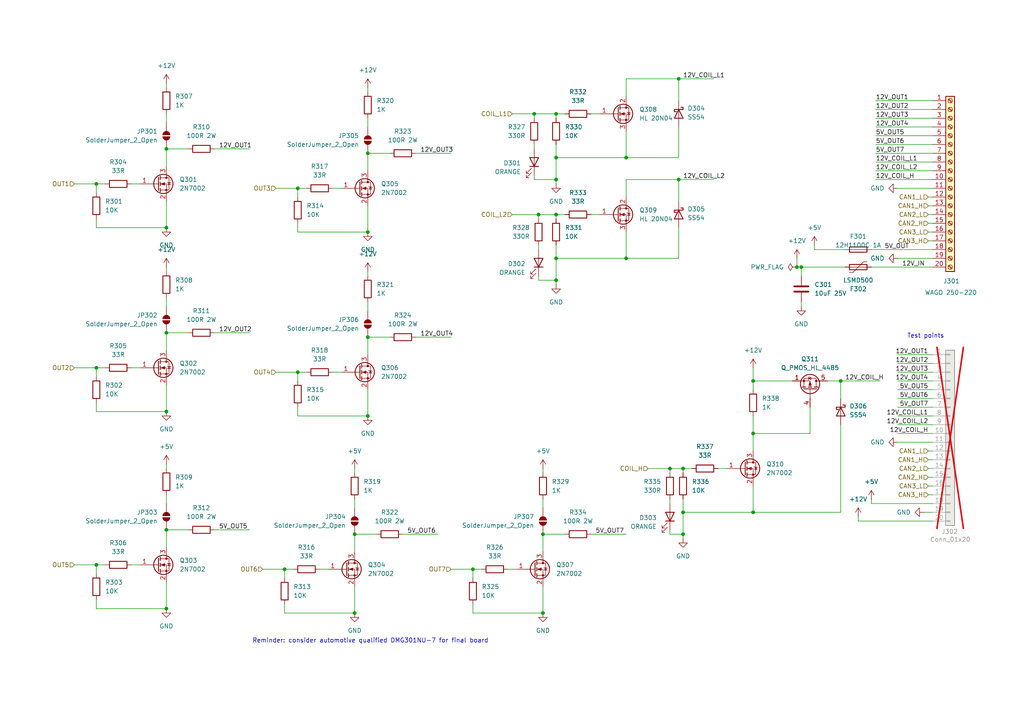
<source format=kicad_sch>
(kicad_sch (version 20231120) (generator "eeschema") (generator_version "8.0")
  (paper "A4")
  (lib_symbols
    (symbol "Connector:Screw_Terminal_01x20" (pin_names (offset 1.016) hide)
      (property "Reference" "J" (at 0 25.4 0))
      (property "Value" "Screw_Terminal_01x20" (at 0 -27.94 0))
      (symbol "Screw_Terminal_01x20_1_1"
        (pin passive line (at -5.08 22.86 0) (length 3.81) (name "Pin_1") (number "1"))
        (pin passive line (at -5.08 0 0) (length 3.81) (name "Pin_10") (number "10"))
        (pin passive line (at -5.08 -2.54 0) (length 3.81) (name "Pin_11") (number "11"))
        (pin passive line (at -5.08 -5.08 0) (length 3.81) (name "Pin_12") (number "12"))
        (pin passive line (at -5.08 -7.62 0) (length 3.81) (name "Pin_13") (number "13"))
        (pin passive line (at -5.08 -10.16 0) (length 3.81) (name "Pin_14") (number "14"))
        (pin passive line (at -5.08 -12.7 0) (length 3.81) (name "Pin_15") (number "15"))
        (pin passive line (at -5.08 -15.24 0) (length 3.81) (name "Pin_16") (number "16"))
        (pin passive line (at -5.08 -17.78 0) (length 3.81) (name "Pin_17") (number "17"))
        (pin passive line (at -5.08 -20.32 0) (length 3.81) (name "Pin_18") (number "18"))
        (pin passive line (at -5.08 -22.86 0) (length 3.81) (name "Pin_19") (number "19"))
        (pin passive line (at -5.08 20.32 0) (length 3.81) (name "Pin_2") (number "2"))
        (pin passive line (at -5.08 -25.4 0) (length 3.81) (name "Pin_20") (number "20"))
        (pin passive line (at -5.08 17.78 0) (length 3.81) (name "Pin_3") (number "3"))
        (pin passive line (at -5.08 15.24 0) (length 3.81) (name "Pin_4") (number "4"))
        (pin passive line (at -5.08 12.7 0) (length 3.81) (name "Pin_5") (number "5"))
        (pin passive line (at -5.08 10.16 0) (length 3.81) (name "Pin_6") (number "6"))
        (pin passive line (at -5.08 7.62 0) (length 3.81) (name "Pin_7") (number "7"))
        (pin passive line (at -5.08 5.08 0) (length 3.81) (name "Pin_8") (number "8"))
        (pin passive line (at -5.08 2.54 0) (length 3.81) (name "Pin_9") (number "9"))
      )
    )
    (symbol "Connector_Generic:Conn_01x20" (pin_names (offset 1.016) hide)
      (property "Reference" "J" (at 0 25.4 0))
      (property "Value" "Conn_01x20" (at 0 -27.94 0))
      (symbol "Conn_01x20_1_1"
        (pin passive line (at -5.08 22.86 0) (length 3.81) (name "Pin_1") (number "1"))
        (pin passive line (at -5.08 0 0) (length 3.81) (name "Pin_10") (number "10"))
        (pin passive line (at -5.08 -2.54 0) (length 3.81) (name "Pin_11") (number "11"))
        (pin passive line (at -5.08 -5.08 0) (length 3.81) (name "Pin_12") (number "12"))
        (pin passive line (at -5.08 -7.62 0) (length 3.81) (name "Pin_13") (number "13"))
        (pin passive line (at -5.08 -10.16 0) (length 3.81) (name "Pin_14") (number "14"))
        (pin passive line (at -5.08 -12.7 0) (length 3.81) (name "Pin_15") (number "15"))
        (pin passive line (at -5.08 -15.24 0) (length 3.81) (name "Pin_16") (number "16"))
        (pin passive line (at -5.08 -17.78 0) (length 3.81) (name "Pin_17") (number "17"))
        (pin passive line (at -5.08 -20.32 0) (length 3.81) (name "Pin_18") (number "18"))
        (pin passive line (at -5.08 -22.86 0) (length 3.81) (name "Pin_19") (number "19"))
        (pin passive line (at -5.08 20.32 0) (length 3.81) (name "Pin_2") (number "2"))
        (pin passive line (at -5.08 -25.4 0) (length 3.81) (name "Pin_20") (number "20"))
        (pin passive line (at -5.08 17.78 0) (length 3.81) (name "Pin_3") (number "3"))
        (pin passive line (at -5.08 15.24 0) (length 3.81) (name "Pin_4") (number "4"))
        (pin passive line (at -5.08 12.7 0) (length 3.81) (name "Pin_5") (number "5"))
        (pin passive line (at -5.08 10.16 0) (length 3.81) (name "Pin_6") (number "6"))
        (pin passive line (at -5.08 7.62 0) (length 3.81) (name "Pin_7") (number "7"))
        (pin passive line (at -5.08 5.08 0) (length 3.81) (name "Pin_8") (number "8"))
        (pin passive line (at -5.08 2.54 0) (length 3.81) (name "Pin_9") (number "9"))
      )
    )
    (symbol "Device:C" (pin_numbers hide) (pin_names (offset 0.254))
      (property "Reference" "C" (at 0.635 2.54 0))
      (property "Value" "C" (at 0.635 -2.54 0))
      (symbol "C_1_1"
        (pin passive line (at 0 3.81 270) (length 2.794) (name "~") (number "1"))
        (pin passive line (at 0 -3.81 90) (length 2.794) (name "~") (number "2"))
      )
    )
    (symbol "Device:D_Schottky" (pin_numbers hide) (pin_names (offset 1.016) hide)
      (property "Reference" "D" (at 0 2.54 0))
      (property "Value" "D_Schottky" (at 0 -2.54 0))
      (symbol "D_Schottky_1_1"
        (pin passive line (at -3.81 0 0) (length 2.54) (name "K") (number "1"))
        (pin passive line (at 3.81 0 180) (length 2.54) (name "A") (number "2"))
      )
    )
    (symbol "Device:Fuse" (pin_numbers hide) (pin_names (offset 0))
      (property "Reference" "F" (at 2.032 0 90))
      (property "Value" "Fuse" (at -1.905 0 90))
      (symbol "Fuse_1_1"
        (pin passive line (at 0 3.81 270) (length 1.27) (name "~") (number "1"))
        (pin passive line (at 0 -3.81 90) (length 1.27) (name "~") (number "2"))
      )
    )
    (symbol "Device:LED" (pin_numbers hide) (pin_names (offset 1.016) hide)
      (property "Reference" "D" (at 0 2.54 0))
      (property "Value" "LED" (at 0 -2.54 0))
      (symbol "LED_1_1"
        (pin passive line (at -3.81 0 0) (length 2.54) (name "K") (number "1"))
        (pin passive line (at 3.81 0 180) (length 2.54) (name "A") (number "2"))
      )
    )
    (symbol "Device:Polyfuse" (pin_numbers hide) (pin_names (offset 0))
      (property "Reference" "F" (at -2.54 0 90))
      (property "Value" "Polyfuse" (at 2.54 0 90))
      (symbol "Polyfuse_1_1"
        (pin passive line (at 0 3.81 270) (length 1.27) (name "~") (number "1"))
        (pin passive line (at 0 -3.81 90) (length 1.27) (name "~") (number "2"))
      )
    )
    (symbol "Device:Q_NMOS_GDS" (pin_names (offset 0) hide)
      (property "Reference" "Q" (at 5.08 1.27 0))
      (property "Value" "Q_NMOS_GDS" (at 5.08 -1.27 0))
      (symbol "Q_NMOS_GDS_1_1"
        (pin input line (at -5.08 0 0) (length 2.54) (name "G") (number "1"))
        (pin passive line (at 2.54 5.08 270) (length 2.54) (name "D") (number "2"))
        (pin passive line (at 2.54 -5.08 90) (length 2.54) (name "S") (number "3"))
      )
    )
    (symbol "Device:Q_NMOS_GSD" (pin_names (offset 0) hide)
      (property "Reference" "Q" (at 5.08 1.27 0))
      (property "Value" "Q_NMOS_GSD" (at 5.08 -1.27 0))
      (symbol "Q_NMOS_GSD_1_1"
        (pin input line (at -5.08 0 0) (length 2.54) (name "G") (number "1"))
        (pin passive line (at 2.54 -5.08 90) (length 2.54) (name "S") (number "2"))
        (pin passive line (at 2.54 5.08 270) (length 2.54) (name "D") (number "3"))
      )
    )
    (symbol "Device:R" (pin_numbers hide) (pin_names (offset 0))
      (property "Reference" "R" (at 2.032 0 90))
      (property "Value" "R" (at 0 0 90))
      (symbol "R_1_1"
        (pin passive line (at 0 3.81 270) (length 1.27) (name "~") (number "1"))
        (pin passive line (at 0 -3.81 90) (length 1.27) (name "~") (number "2"))
      )
    )
    (symbol "Jumper:SolderJumper_2_Open" (pin_numbers hide) (pin_names (offset 0) hide) (exclude_from_sim yes) (in_bom no)
      (property "Reference" "JP" (at 0 2.032 0))
      (property "Value" "SolderJumper_2_Open" (at 0 -2.54 0))
      (symbol "SolderJumper_2_Open_1_1"
        (pin passive line (at -3.81 0 0) (length 2.54) (name "A") (number "1"))
        (pin passive line (at 3.81 0 180) (length 2.54) (name "B") (number "2"))
      )
    )
    (symbol "hw-dev-breakout:Q_PMOS_HL_4485" (pin_names (offset 0) hide)
      (property "Reference" "Q" (at 5.08 1.27 0))
      (property "Value" "Q_PMOS_HL_4485" (at 5.08 -1.27 0))
      (symbol "Q_PMOS_HL_4485_1_1"
        (pin passive line (at 2.54 -5.08 90) (length 2.54) (name "S") (number "1"))
        (pin passive line (at 2.54 -5.08 90) (length 2.54) hide (name "S") (number "2"))
        (pin passive line (at 2.54 -5.08 90) (length 2.54) hide (name "S") (number "3"))
        (pin input line (at -5.08 0 0) (length 2.54) (name "G") (number "4"))
        (pin passive line (at 2.54 5.08 270) (length 2.54) (name "D") (number "5"))
        (pin passive line (at 2.54 5.08 270) (length 2.54) hide (name "D") (number "6"))
        (pin passive line (at 2.54 5.08 270) (length 2.54) hide (name "D") (number "7"))
        (pin passive line (at 2.54 5.08 270) (length 2.54) hide (name "D") (number "8"))
      )
    )
    (symbol "power:+12V" (power) (pin_numbers hide) (pin_names (offset 0) hide)
      (property "Value" "+12V" (at 0 3.556 0))
      (symbol "+12V_1_1"
        (pin power_in line (at 0 0 90) (length 0) (name "~") (number "1"))
      )
    )
    (symbol "power:+5V" (power) (pin_numbers hide) (pin_names (offset 0) hide)
      (property "Value" "+5V" (at 0 3.556 0))
      (symbol "+5V_1_1"
        (pin power_in line (at 0 0 90) (length 0) (name "~") (number "1"))
      )
    )
    (symbol "power:GND" (power) (pin_numbers hide) (pin_names (offset 0) hide)
      (property "Value" "GND" (at 0 -3.81 0))
      (symbol "GND_1_1"
        (pin power_in line (at 0 0 270) (length 0) (name "~") (number "1"))
      )
    )
    (symbol "power:PWR_FLAG" (power) (pin_numbers hide) (pin_names (offset 0) hide)
      (property "Value" "PWR_FLAG" (at 0 3.81 0))
      (symbol "PWR_FLAG_0_0"
        (pin power_out line (at 0 0 90) (length 0) (name "~") (number "1"))
      )
    )
  )
  (junction (at 106.68 97.79))
  (junction (at 161.29 81.28))
  (junction (at 196.85 22.86))
  (junction (at 161.29 62.23))
  (junction (at 102.87 177.8))
  (junction (at 161.29 52.07))
  (junction (at 156.21 62.23))
  (junction (at 198.12 135.89))
  (junction (at 102.87 154.94))
  (junction (at 154.94 33.02))
  (junction (at 198.12 154.94))
  (junction (at 157.48 154.94))
  (junction (at 106.68 67.31))
  (junction (at 218.44 125.73))
  (junction (at 181.61 45.72))
  (junction (at 48.26 153.67))
  (junction (at 198.12 148.59))
  (junction (at 86.36 107.95))
  (junction (at 106.68 44.45))
  (junction (at 157.48 177.8))
  (junction (at 82.55 165.1))
  (junction (at 196.85 52.07))
  (junction (at 218.44 110.49))
  (junction (at 48.26 96.52))
  (junction (at 106.68 120.65))
  (junction (at 161.29 33.02))
  (junction (at 48.26 66.04))
  (junction (at 48.26 176.53))
  (junction (at 181.61 74.93))
  (junction (at 231.14 77.47))
  (junction (at 86.36 54.61))
  (junction (at 218.44 148.59))
  (junction (at 27.94 106.68))
  (junction (at 161.29 74.93))
  (junction (at 161.29 45.72))
  (junction (at 48.26 43.18))
  (junction (at 137.16 165.1))
  (junction (at 243.84 110.49))
  (junction (at 48.26 119.38))
  (junction (at 194.31 135.89))
  (junction (at 27.94 163.83))
  (junction (at 27.94 53.34))
  (junction (at 232.41 77.47))
  (wire (pts (xy 116.84 154.94) (xy 127 154.94)))
  (wire (pts (xy 154.94 41.91) (xy 154.94 43.18)))
  (wire (pts (xy 48.26 48.26) (xy 48.26 43.18)))
  (wire (pts (xy 260.35 107.95) (xy 270.51 107.95)))
  (wire (pts (xy 48.26 24.13) (xy 48.26 25.4)))
  (wire (pts (xy 236.22 71.12) (xy 236.22 72.39)))
  (wire (pts (xy 260.35 120.65) (xy 270.51 120.65)))
  (wire (pts (xy 269.24 67.31) (xy 270.51 67.31)))
  (wire (pts (xy 194.31 135.89) (xy 198.12 135.89)))
  (wire (pts (xy 269.24 57.15) (xy 270.51 57.15)))
  (wire (pts (xy 154.94 34.29) (xy 154.94 33.02)))
  (wire (pts (xy 106.68 49.53) (xy 106.68 44.45)))
  (wire (pts (xy 82.55 165.1) (xy 85.09 165.1)))
  (wire (pts (xy 154.94 33.02) (xy 161.29 33.02)))
  (wire (pts (xy 260.35 123.19) (xy 270.51 123.19)))
  (wire (pts (xy 269.24 59.69) (xy 270.51 59.69)))
  (wire (pts (xy 82.55 175.26) (xy 82.55 177.8)))
  (wire (pts (xy 181.61 52.07) (xy 196.85 52.07)))
  (wire (pts (xy 254 39.37) (xy 270.51 39.37)))
  (wire (pts (xy 171.45 154.94) (xy 181.61 154.94)))
  (wire (pts (xy 21.59 53.34) (xy 27.94 53.34)))
  (wire (pts (xy 236.22 72.39) (xy 245.11 72.39)))
  (wire (pts (xy 86.36 54.61) (xy 86.36 57.15)))
  (wire (pts (xy 161.29 33.02) (xy 163.83 33.02)))
  (wire (pts (xy 48.26 77.47) (xy 48.26 78.74)))
  (wire (pts (xy 48.26 153.67) (xy 54.61 153.67)))
  (wire (pts (xy 161.29 74.93) (xy 161.29 81.28)))
  (wire (pts (xy 252.73 146.05) (xy 270.51 146.05)))
  (wire (pts (xy 154.94 50.8) (xy 154.94 52.07)))
  (wire (pts (xy 86.36 107.95) (xy 86.36 110.49)))
  (wire (pts (xy 260.35 105.41) (xy 270.51 105.41)))
  (wire (pts (xy 243.84 123.19) (xy 243.84 148.59)))
  (wire (pts (xy 148.59 62.23) (xy 156.21 62.23)))
  (wire (pts (xy 137.16 165.1) (xy 137.16 167.64)))
  (wire (pts (xy 21.59 163.83) (xy 27.94 163.83)))
  (wire (pts (xy 161.29 62.23) (xy 161.29 63.5)))
  (wire (pts (xy 157.48 177.8) (xy 157.48 170.18)))
  (wire (pts (xy 48.26 101.6) (xy 48.26 96.52)))
  (wire (pts (xy 82.55 177.8) (xy 102.87 177.8)))
  (wire (pts (xy 161.29 71.12) (xy 161.29 74.93)))
  (wire (pts (xy 196.85 52.07) (xy 196.85 58.42)))
  (wire (pts (xy 269.24 62.23) (xy 270.51 62.23)))
  (wire (pts (xy 269.24 143.51) (xy 270.51 143.51)))
  (wire (pts (xy 106.68 78.74) (xy 106.68 80.01)))
  (wire (pts (xy 157.48 135.89) (xy 157.48 137.16)))
  (wire (pts (xy 260.35 113.03) (xy 270.51 113.03)))
  (wire (pts (xy 161.29 52.07) (xy 161.29 53.34)))
  (wire (pts (xy 27.94 119.38) (xy 48.26 119.38)))
  (wire (pts (xy 260.35 115.57) (xy 270.51 115.57)))
  (wire (pts (xy 161.29 45.72) (xy 161.29 52.07)))
  (wire (pts (xy 92.71 165.1) (xy 95.25 165.1)))
  (wire (pts (xy 254 52.07) (xy 270.51 52.07)))
  (wire (pts (xy 82.55 165.1) (xy 82.55 167.64)))
  (wire (pts (xy 196.85 22.86) (xy 207.01 22.86)))
  (wire (pts (xy 196.85 36.83) (xy 196.85 45.72)))
  (wire (pts (xy 137.16 177.8) (xy 157.48 177.8)))
  (wire (pts (xy 148.59 33.02) (xy 154.94 33.02)))
  (wire (pts (xy 161.29 62.23) (xy 163.83 62.23)))
  (wire (pts (xy 252.73 77.47) (xy 270.51 77.47)))
  (wire (pts (xy 156.21 80.01) (xy 156.21 81.28)))
  (wire (pts (xy 181.61 45.72) (xy 181.61 38.1)))
  (wire (pts (xy 232.41 77.47) (xy 245.11 77.47)))
  (wire (pts (xy 48.26 33.02) (xy 48.26 35.56)))
  (wire (pts (xy 198.12 144.78) (xy 198.12 148.59)))
  (wire (pts (xy 218.44 130.81) (xy 218.44 125.73)))
  (wire (pts (xy 260.35 74.93) (xy 270.51 74.93)))
  (wire (pts (xy 27.94 106.68) (xy 30.48 106.68)))
  (wire (pts (xy 80.01 54.61) (xy 86.36 54.61)))
  (wire (pts (xy 254 34.29) (xy 270.51 34.29)))
  (wire (pts (xy 260.35 54.61) (xy 270.51 54.61)))
  (wire (pts (xy 27.94 176.53) (xy 48.26 176.53)))
  (wire (pts (xy 130.81 165.1) (xy 137.16 165.1)))
  (wire (pts (xy 161.29 33.02) (xy 161.29 34.29)))
  (wire (pts (xy 154.94 52.07) (xy 161.29 52.07)))
  (wire (pts (xy 194.31 154.94) (xy 198.12 154.94)))
  (wire (pts (xy 196.85 45.72) (xy 181.61 45.72)))
  (wire (pts (xy 48.26 134.62) (xy 48.26 135.89)))
  (wire (pts (xy 86.36 118.11) (xy 86.36 120.65)))
  (wire (pts (xy 156.21 62.23) (xy 161.29 62.23)))
  (wire (pts (xy 102.87 135.89) (xy 102.87 137.16)))
  (wire (pts (xy 218.44 120.65) (xy 218.44 125.73)))
  (wire (pts (xy 27.94 106.68) (xy 27.94 109.22)))
  (wire (pts (xy 196.85 74.93) (xy 181.61 74.93)))
  (wire (pts (xy 218.44 125.73) (xy 234.95 125.73)))
  (wire (pts (xy 62.23 153.67) (xy 72.39 153.67)))
  (wire (pts (xy 198.12 135.89) (xy 200.66 135.89)))
  (wire (pts (xy 232.41 77.47) (xy 232.41 80.01)))
  (wire (pts (xy 106.68 87.63) (xy 106.68 90.17)))
  (wire (pts (xy 269.24 64.77) (xy 270.51 64.77)))
  (wire (pts (xy 196.85 66.04) (xy 196.85 74.93)))
  (wire (pts (xy 243.84 148.59) (xy 218.44 148.59)))
  (wire (pts (xy 106.68 34.29) (xy 106.68 36.83)))
  (wire (pts (xy 260.35 102.87) (xy 270.51 102.87)))
  (wire (pts (xy 102.87 177.8) (xy 102.87 170.18)))
  (wire (pts (xy 198.12 154.94) (xy 198.12 156.21)))
  (wire (pts (xy 181.61 74.93) (xy 181.61 67.31)))
  (wire (pts (xy 181.61 22.86) (xy 196.85 22.86)))
  (wire (pts (xy 181.61 57.15) (xy 181.61 52.07)))
  (wire (pts (xy 254 31.75) (xy 270.51 31.75)))
  (wire (pts (xy 48.26 43.18) (xy 54.61 43.18)))
  (wire (pts (xy 27.94 163.83) (xy 30.48 163.83)))
  (wire (pts (xy 27.94 63.5) (xy 27.94 66.04)))
  (wire (pts (xy 86.36 120.65) (xy 106.68 120.65)))
  (wire (pts (xy 194.31 153.67) (xy 194.31 154.94)))
  (wire (pts (xy 27.94 116.84) (xy 27.94 119.38)))
  (wire (pts (xy 38.1 163.83) (xy 40.64 163.83)))
  (wire (pts (xy 86.36 64.77) (xy 86.36 67.31)))
  (wire (pts (xy 161.29 74.93) (xy 181.61 74.93)))
  (wire (pts (xy 102.87 154.94) (xy 109.22 154.94)))
  (wire (pts (xy 48.26 158.75) (xy 48.26 153.67)))
  (wire (pts (xy 48.26 96.52) (xy 54.61 96.52)))
  (wire (pts (xy 252.73 144.78) (xy 252.73 146.05)))
  (wire (pts (xy 254 29.21) (xy 270.51 29.21)))
  (wire (pts (xy 218.44 106.68) (xy 218.44 110.49)))
  (wire (pts (xy 194.31 135.89) (xy 194.31 137.16)))
  (wire (pts (xy 208.28 135.89) (xy 210.82 135.89)))
  (wire (pts (xy 254 36.83) (xy 270.51 36.83)))
  (wire (pts (xy 161.29 45.72) (xy 181.61 45.72)))
  (wire (pts (xy 147.32 165.1) (xy 149.86 165.1)))
  (wire (pts (xy 254 41.91) (xy 270.51 41.91)))
  (wire (pts (xy 218.44 148.59) (xy 218.44 140.97)))
  (wire (pts (xy 27.94 163.83) (xy 27.94 166.37)))
  (wire (pts (xy 240.03 110.49) (xy 243.84 110.49)))
  (wire (pts (xy 269.24 138.43) (xy 270.51 138.43)))
  (wire (pts (xy 48.26 86.36) (xy 48.26 88.9)))
  (wire (pts (xy 38.1 106.68) (xy 40.64 106.68)))
  (wire (pts (xy 120.65 97.79) (xy 130.81 97.79)))
  (wire (pts (xy 269.24 133.35) (xy 270.51 133.35)))
  (wire (pts (xy 38.1 53.34) (xy 40.64 53.34)))
  (wire (pts (xy 161.29 41.91) (xy 161.29 45.72)))
  (wire (pts (xy 171.45 62.23) (xy 173.99 62.23)))
  (wire (pts (xy 161.29 81.28) (xy 161.29 82.55)))
  (wire (pts (xy 48.26 176.53) (xy 48.26 168.91)))
  (wire (pts (xy 76.2 165.1) (xy 82.55 165.1)))
  (wire (pts (xy 48.26 119.38) (xy 48.26 111.76)))
  (wire (pts (xy 48.26 143.51) (xy 48.26 146.05)))
  (wire (pts (xy 248.92 151.13) (xy 270.51 151.13)))
  (wire (pts (xy 27.94 53.34) (xy 27.94 55.88)))
  (wire (pts (xy 269.24 140.97) (xy 270.51 140.97)))
  (wire (pts (xy 171.45 33.02) (xy 173.99 33.02)))
  (wire (pts (xy 21.59 106.68) (xy 27.94 106.68)))
  (wire (pts (xy 269.24 135.89) (xy 270.51 135.89)))
  (wire (pts (xy 62.23 96.52) (xy 72.39 96.52)))
  (wire (pts (xy 106.68 25.4) (xy 106.68 26.67)))
  (wire (pts (xy 96.52 54.61) (xy 99.06 54.61)))
  (wire (pts (xy 27.94 53.34) (xy 30.48 53.34)))
  (wire (pts (xy 231.14 77.47) (xy 232.41 77.47)))
  (wire (pts (xy 269.24 69.85) (xy 270.51 69.85)))
  (wire (pts (xy 156.21 62.23) (xy 156.21 63.5)))
  (wire (pts (xy 269.24 130.81) (xy 270.51 130.81)))
  (wire (pts (xy 86.36 107.95) (xy 88.9 107.95)))
  (wire (pts (xy 260.35 118.11) (xy 270.51 118.11)))
  (wire (pts (xy 248.92 149.86) (xy 248.92 151.13)))
  (wire (pts (xy 231.14 74.93) (xy 231.14 77.47)))
  (wire (pts (xy 102.87 160.02) (xy 102.87 154.94)))
  (wire (pts (xy 187.96 135.89) (xy 194.31 135.89)))
  (wire (pts (xy 196.85 52.07) (xy 207.01 52.07)))
  (wire (pts (xy 27.94 173.99) (xy 27.94 176.53)))
  (wire (pts (xy 106.68 102.87) (xy 106.68 97.79)))
  (wire (pts (xy 106.68 67.31) (xy 106.68 59.69)))
  (wire (pts (xy 198.12 148.59) (xy 198.12 154.94)))
  (wire (pts (xy 232.41 87.63) (xy 232.41 88.9)))
  (wire (pts (xy 157.48 160.02) (xy 157.48 154.94)))
  (wire (pts (xy 137.16 175.26) (xy 137.16 177.8)))
  (wire (pts (xy 254 49.53) (xy 270.51 49.53)))
  (wire (pts (xy 62.23 43.18) (xy 72.39 43.18)))
  (wire (pts (xy 86.36 54.61) (xy 88.9 54.61)))
  (wire (pts (xy 106.68 44.45) (xy 113.03 44.45)))
  (wire (pts (xy 234.95 118.11) (xy 234.95 125.73)))
  (wire (pts (xy 157.48 154.94) (xy 163.83 154.94)))
  (wire (pts (xy 48.26 66.04) (xy 48.26 58.42)))
  (wire (pts (xy 260.35 125.73) (xy 270.51 125.73)))
  (wire (pts (xy 194.31 144.78) (xy 194.31 146.05)))
  (wire (pts (xy 106.68 120.65) (xy 106.68 113.03)))
  (wire (pts (xy 156.21 81.28) (xy 161.29 81.28)))
  (wire (pts (xy 86.36 67.31) (xy 106.68 67.31)))
  (wire (pts (xy 27.94 66.04) (xy 48.26 66.04)))
  (wire (pts (xy 198.12 148.59) (xy 218.44 148.59)))
  (wire (pts (xy 254 44.45) (xy 270.51 44.45)))
  (wire (pts (xy 243.84 110.49) (xy 255.27 110.49)))
  (wire (pts (xy 96.52 107.95) (xy 99.06 107.95)))
  (wire (pts (xy 267.97 148.59) (xy 270.51 148.59)))
  (wire (pts (xy 260.35 128.27) (xy 270.51 128.27)))
  (wire (pts (xy 157.48 144.78) (xy 157.48 147.32)))
  (wire (pts (xy 218.44 110.49) (xy 218.44 113.03)))
  (wire (pts (xy 260.35 110.49) (xy 270.51 110.49)))
  (wire (pts (xy 218.44 110.49) (xy 229.87 110.49)))
  (wire (pts (xy 252.73 72.39) (xy 270.51 72.39)))
  (wire (pts (xy 243.84 115.57) (xy 243.84 110.49)))
  (wire (pts (xy 106.68 97.79) (xy 113.03 97.79)))
  (wire (pts (xy 102.87 144.78) (xy 102.87 147.32)))
  (wire (pts (xy 80.01 107.95) (xy 86.36 107.95)))
  (wire (pts (xy 181.61 27.94) (xy 181.61 22.86)))
  (wire (pts (xy 196.85 22.86) (xy 196.85 29.21)))
  (wire (pts (xy 120.65 44.45) (xy 130.81 44.45)))
  (wire (pts (xy 198.12 137.16) (xy 198.12 135.89)))
  (wire (pts (xy 254 46.99) (xy 270.51 46.99)))
  (wire (pts (xy 137.16 165.1) (xy 139.7 165.1)))
  (wire (pts (xy 156.21 71.12) (xy 156.21 72.39)))
  (text "Reminder: consider automotive qualified DMG301NU-7 for final board" (at 107.442 185.928 0) (effects (font (size 1.27 1.27))))
  (text "Test points" (at 268.478 97.536 0) (effects (font (size 1.27 1.27))))
  (label "12V_OUT4" (at 269.24 110.49 180))
  (label "5V_OUT5" (at 63.5 153.67 0))
  (label "5V_OUT6" (at 269.24 115.57 180))
  (label "12V_OUT3" (at 121.92 44.45 0))
  (label "12V_COIL_H" (at 254 52.07 0))
  (label "12V_OUT3" (at 269.24 107.95 180))
  (label "12V_OUT1" (at 63.5 43.18 0))
  (label "5V_OUT7" (at 172.72 154.94 0))
  (label "12V_COIL_L2" (at 269.24 123.19 180))
  (label "12V_IN" (at 261.62 77.47 0))
  (label "12V_OUT2" (at 63.5 96.52 0))
  (label "5V_OUT6" (at 254 41.91 0))
  (label "12V_COIL_H" (at 269.24 125.73 180))
  (label "12V_OUT2" (at 269.24 105.41 180))
  (label "12V_OUT1" (at 269.24 102.87 180))
  (label "12V_OUT3" (at 254 34.29 0))
  (label "12V_COIL_L1" (at 269.24 120.65 180))
  (label "12V_OUT2" (at 254 31.75 0))
  (label "12V_OUT4" (at 121.92 97.79 0))
  (label "12V_COIL_H" (at 245.11 110.49 0))
  (label "5V_OUT6" (at 118.11 154.94 0))
  (label "12V_COIL_L2" (at 198.12 52.07 0))
  (label "12V_COIL_L2" (at 254 49.53 0))
  (label "5V_OUT7" (at 254 44.45 0))
  (label "12V_OUT4" (at 254 36.83 0))
  (label "5V_OUT5" (at 269.24 113.03 180))
  (label "12V_OUT1" (at 254 29.21 0))
  (label "5V_OUT7" (at 269.24 118.11 180))
  (label "12V_COIL_L1" (at 254 46.99 0))
  (label "5V_OUT" (at 256.54 72.39 0))
  (label "12V_COIL_L1" (at 198.12 22.86 0))
  (label "5V_OUT5" (at 254 39.37 0))
  (hierarchical_label "CAN3_H" (shape input) (at 269.24 143.51 180))
  (hierarchical_label "OUT3" (shape input) (at 80.01 54.61 180))
  (hierarchical_label "COIL_L2" (shape input) (at 148.59 62.23 180))
  (hierarchical_label "CAN2_H" (shape input) (at 269.24 138.43 180))
  (hierarchical_label "OUT1" (shape input) (at 21.59 53.34 180))
  (hierarchical_label "CAN1_L" (shape input) (at 269.24 130.81 180))
  (hierarchical_label "OUT7" (shape input) (at 130.81 165.1 180))
  (hierarchical_label "CAN1_L" (shape input) (at 269.24 57.15 180))
  (hierarchical_label "CAN2_H" (shape input) (at 269.24 64.77 180))
  (hierarchical_label "CAN2_L" (shape input) (at 269.24 62.23 180))
  (hierarchical_label "CAN3_H" (shape input) (at 269.24 69.85 180))
  (hierarchical_label "CAN1_H" (shape input) (at 269.24 133.35 180))
  (hierarchical_label "CAN3_L" (shape input) (at 269.24 67.31 180))
  (hierarchical_label "COIL_H" (shape input) (at 187.96 135.89 180))
  (hierarchical_label "CAN3_L" (shape input) (at 269.24 140.97 180))
  (hierarchical_label "OUT4" (shape input) (at 80.01 107.95 180))
  (hierarchical_label "CAN2_L" (shape input) (at 269.24 135.89 180))
  (hierarchical_label "OUT2" (shape input) (at 21.59 106.68 180))
  (hierarchical_label "CAN1_H" (shape input) (at 269.24 59.69 180))
  (hierarchical_label "OUT5" (shape input) (at 21.59 163.83 180))
  (hierarchical_label "OUT6" (shape input) (at 76.2 165.1 180))
  (hierarchical_label "COIL_L1" (shape input) (at 148.59 33.02 180))
  (symbol (lib_id "Device:R") (at 154.94 38.1 0) (mirror y) (unit 1)
    (property "Reference" "R327" (at 152.4 36.8299 0) (effects (justify left)))
    (property "Value" "330R" (at 152.4 39.3699 0) (effects (justify left)))
    (property "Footprint" "Resistor_SMD:R_0603_1608Metric" (effects (hide yes)))
    (property "Description" "Resistor" (effects (hide yes)))
  )
  (symbol (lib_id "Device:D_Schottky") (at 196.85 62.23 270) (unit 1)
    (property "Reference" "D305" (at 199.39 60.6424 90) (effects (justify left)))
    (property "Value" "SS54" (at 199.39 63.1824 90) (effects (justify left)))
    (property "Footprint" "Diode_SMD:D_SMA" (effects (hide yes)))
    (property "Description" "Schottky diode" (effects (hide yes)))
  )
  (symbol (lib_id "Device:C") (at 232.41 83.82 0) (unit 1)
    (property "Reference" "C301" (at 236.22 82.5499 0) (effects (justify left)))
    (property "Value" "10uF 25V" (at 236.22 85.0899 0) (effects (justify left)))
    (property "Footprint" "Capacitor_SMD:CP_Elec_4x4.5" (effects (hide yes)))
    (property "Description" "Unpolarized capacitor" (effects (hide yes)))
  )
  (symbol (lib_id "Device:Polyfuse") (at 248.92 77.47 90) (unit 1)
    (property "Reference" "F302" (at 248.92 83.82 90))
    (property "Value" "LSMD500" (at 248.92 81.28 90))
    (property "Footprint" "Fuse:Fuse_2920_7451Metric" (effects (hide yes)))
    (property "Description" "Resettable fuse, polymeric positive temperature coefficient" (effects (hide yes)))
  )
  (symbol (lib_id "power:GND") (at 48.26 119.38 0) (unit 1)
    (property "Reference" "#PWR0304" (effects (hide yes)))
    (property "Value" "GND" (at 48.26 124.46 0))
    (property "Description" "Power symbol creates a global label with name \"GND\" , ground" (effects (hide yes)))
  )
  (symbol (lib_id "Device:Q_NMOS_GSD") (at 100.33 165.1 0) (unit 1)
    (property "Reference" "Q304" (at 106.68 163.8299 0) (effects (justify left)))
    (property "Value" "2N7002" (at 106.68 166.3699 0) (effects (justify left)))
    (property "Footprint" "Package_TO_SOT_SMD:SOT-23" (effects (hide yes)))
    (property "Description" "N-MOSFET transistor, gate/source/drain" (effects (hide yes)))
  )
  (symbol (lib_id "Device:LED") (at 194.31 149.86 270) (mirror x) (unit 1)
    (property "Reference" "D303" (at 190.5 150.1774 90) (effects (justify right)))
    (property "Value" "ORANGE" (at 190.5 152.7174 90) (effects (justify right)))
    (property "Footprint" "LED_SMD:LED_0603_1608Metric" (effects (hide yes)))
    (property "Description" "Light emitting diode" (effects (hide yes)))
  )
  (symbol (lib_id "power:+12V") (at 106.68 25.4 0) (unit 1)
    (property "Reference" "#PWR0309" (effects (hide yes)))
    (property "Value" "+12V" (at 106.68 20.32 0))
    (property "Description" "Power symbol creates a global label with name \"+12V\"" (effects (hide yes)))
  )
  (symbol (lib_id "Device:R") (at 34.29 106.68 90) (unit 1)
    (property "Reference" "R305" (at 34.29 100.33 90))
    (property "Value" "33R" (at 34.29 102.87 90))
    (property "Footprint" "Resistor_SMD:R_0603_1608Metric" (effects (hide yes)))
    (property "Description" "Resistor" (effects (hide yes)))
  )
  (symbol (lib_id "Jumper:SolderJumper_2_Open") (at 106.68 93.98 90) (mirror x) (unit 1) (exclude_from_sim yes) (in_bom no)
    (property "Reference" "JP306" (at 104.14 92.7099 90) (effects (justify left)))
    (property "Value" "SolderJumper_2_Open" (at 104.14 95.2499 90) (effects (justify left)))
    (property "Footprint" "Jumper:SolderJumper-2_P1.3mm_Open_Pad1.0x1.5mm" (effects (hide yes)))
    (property "Description" "Solder Jumper, 2-pole, open" (effects (hide yes)))
  )
  (symbol (lib_id "power:GND") (at 267.97 148.59 270) (unit 1)
    (property "Reference" "#PWR0325" (effects (hide yes)))
    (property "Value" "GND" (at 264.16 148.5899 90) (effects (justify right)))
    (property "Description" "Power symbol creates a global label with name \"GND\" , ground" (effects (hide yes)))
  )
  (symbol (lib_id "Device:R") (at 88.9 165.1 90) (unit 1)
    (property "Reference" "R316" (at 88.9 158.75 90))
    (property "Value" "33R" (at 88.9 161.29 90))
    (property "Footprint" "Resistor_SMD:R_0603_1608Metric" (effects (hide yes)))
    (property "Description" "Resistor" (effects (hide yes)))
  )
  (symbol (lib_id "power:+12V") (at 48.26 24.13 0) (unit 1)
    (property "Reference" "#PWR0301" (effects (hide yes)))
    (property "Value" "+12V" (at 48.26 19.05 0))
    (property "Description" "Power symbol creates a global label with name \"+12V\"" (effects (hide yes)))
  )
  (symbol (lib_id "Device:R") (at 86.36 60.96 0) (unit 1)
    (property "Reference" "R314" (at 88.9 59.6899 0) (effects (justify left)))
    (property "Value" "10K" (at 88.9 62.2299 0) (effects (justify left)))
    (property "Footprint" "Resistor_SMD:R_0603_1608Metric" (effects (hide yes)))
    (property "Description" "Resistor" (effects (hide yes)))
  )
  (symbol (lib_id "power:GND") (at 106.68 67.31 0) (unit 1)
    (property "Reference" "#PWR0310" (effects (hide yes)))
    (property "Value" "GND" (at 106.68 72.39 0))
    (property "Description" "Power symbol creates a global label with name \"GND\" , ground" (effects (hide yes)))
  )
  (symbol (lib_id "Device:R") (at 34.29 163.83 90) (unit 1)
    (property "Reference" "R306" (at 34.29 157.48 90))
    (property "Value" "33R" (at 34.29 160.02 90))
    (property "Footprint" "Resistor_SMD:R_0603_1608Metric" (effects (hide yes)))
    (property "Description" "Resistor" (effects (hide yes)))
  )
  (symbol (lib_id "power:GND") (at 102.87 177.8 0) (unit 1)
    (property "Reference" "#PWR0308" (effects (hide yes)))
    (property "Value" "GND" (at 102.87 182.88 0))
    (property "Description" "Power symbol creates a global label with name \"GND\" , ground" (effects (hide yes)))
  )
  (symbol (lib_id "Device:LED") (at 154.94 46.99 270) (mirror x) (unit 1)
    (property "Reference" "D301" (at 151.13 47.3074 90) (effects (justify right)))
    (property "Value" "ORANGE" (at 151.13 49.8474 90) (effects (justify right)))
    (property "Footprint" "LED_SMD:LED_0603_1608Metric" (effects (hide yes)))
    (property "Description" "Light emitting diode" (effects (hide yes)))
  )
  (symbol (lib_id "Device:Fuse") (at 248.92 72.39 90) (unit 1)
    (property "Reference" "F301" (at 248.92 68.58 90))
    (property "Value" "12H1100C 1A" (at 248.92 71.12 90))
    (property "Footprint" "Fuse:Fuse_1206_3216Metric" (effects (hide yes)))
    (property "Description" "Fuse" (effects (hide yes)))
  )
  (symbol (lib_id "power:+12V") (at 248.92 149.86 0) (unit 1)
    (property "Reference" "#PWR0327" (effects (hide yes)))
    (property "Value" "+12V" (at 248.92 144.78 0))
    (property "Description" "Power symbol creates a global label with name \"+12V\"" (effects (hide yes)))
  )
  (symbol (lib_id "Device:Q_NMOS_GSD") (at 104.14 107.95 0) (unit 1)
    (property "Reference" "Q306" (at 110.49 106.6799 0) (effects (justify left)))
    (property "Value" "2N7002" (at 110.49 109.2199 0) (effects (justify left)))
    (property "Footprint" "Package_TO_SOT_SMD:SOT-23" (effects (hide yes)))
    (property "Description" "N-MOSFET transistor, gate/source/drain" (effects (hide yes)))
  )
  (symbol (lib_id "power:GND") (at 232.41 88.9 0) (unit 1)
    (property "Reference" "#PWR0320" (effects (hide yes)))
    (property "Value" "GND" (at 232.41 93.98 0))
    (property "Description" "Power symbol creates a global label with name \"GND\" , ground" (effects (hide yes)))
  )
  (symbol (lib_id "Device:Q_NMOS_GSD") (at 45.72 163.83 0) (unit 1)
    (property "Reference" "Q303" (at 52.07 162.5599 0) (effects (justify left)))
    (property "Value" "2N7002" (at 52.07 165.0999 0) (effects (justify left)))
    (property "Footprint" "Package_TO_SOT_SMD:SOT-23" (effects (hide yes)))
    (property "Description" "N-MOSFET transistor, gate/source/drain" (effects (hide yes)))
  )
  (symbol (lib_id "Device:LED") (at 156.21 76.2 270) (mirror x) (unit 1)
    (property "Reference" "D302" (at 152.4 76.5174 90) (effects (justify right)))
    (property "Value" "ORANGE" (at 152.4 79.0574 90) (effects (justify right)))
    (property "Footprint" "LED_SMD:LED_0603_1608Metric" (effects (hide yes)))
    (property "Description" "Light emitting diode" (effects (hide yes)))
  )
  (symbol (lib_id "Device:R") (at 156.21 67.31 0) (mirror y) (unit 1)
    (property "Reference" "R328" (at 153.67 66.0399 0) (effects (justify left)))
    (property "Value" "330R" (at 153.67 68.5799 0) (effects (justify left)))
    (property "Footprint" "Resistor_SMD:R_0603_1608Metric" (effects (hide yes)))
    (property "Description" "Resistor" (effects (hide yes)))
  )
  (symbol (lib_id "Device:Q_NMOS_GDS") (at 179.07 33.02 0) (unit 1)
    (property "Reference" "Q308" (at 185.42 31.7499 0) (effects (justify left)))
    (property "Value" "HL 20N04" (at 185.42 34.2899 0) (effects (justify left)))
    (property "Footprint" "Package_TO_SOT_SMD:TO-252-2" (effects (hide yes)))
    (property "Description" "N-MOSFET transistor, gate/drain/source" (effects (hide yes)))
  )
  (symbol (lib_id "Device:Q_NMOS_GDS") (at 179.07 62.23 0) (unit 1)
    (property "Reference" "Q309" (at 185.42 60.9599 0) (effects (justify left)))
    (property "Value" "HL 20N04" (at 185.42 63.4999 0) (effects (justify left)))
    (property "Footprint" "Package_TO_SOT_SMD:TO-252-2" (effects (hide yes)))
    (property "Description" "N-MOSFET transistor, gate/drain/source" (effects (hide yes)))
  )
  (symbol (lib_id "power:GND") (at 260.35 54.61 270) (unit 1)
    (property "Reference" "#PWR0322" (effects (hide yes)))
    (property "Value" "GND" (at 256.54 54.6099 90) (effects (justify right)))
    (property "Description" "Power symbol creates a global label with name \"GND\" , ground" (effects (hide yes)))
  )
  (symbol (lib_id "Device:Q_NMOS_GSD") (at 154.94 165.1 0) (unit 1)
    (property "Reference" "Q307" (at 161.29 163.8299 0) (effects (justify left)))
    (property "Value" "2N7002" (at 161.29 166.3699 0) (effects (justify left)))
    (property "Footprint" "Package_TO_SOT_SMD:SOT-23" (effects (hide yes)))
    (property "Description" "N-MOSFET transistor, gate/source/drain" (effects (hide yes)))
  )
  (symbol (lib_id "Device:D_Schottky") (at 243.84 119.38 270) (unit 1)
    (property "Reference" "D306" (at 246.38 117.7924 90) (effects (justify left)))
    (property "Value" "SS54" (at 246.38 120.3324 90) (effects (justify left)))
    (property "Footprint" "Diode_SMD:D_SMA" (effects (hide yes)))
    (property "Description" "Schottky diode" (effects (hide yes)))
  )
  (symbol (lib_id "Device:R") (at 86.36 114.3 0) (unit 1)
    (property "Reference" "R315" (at 88.9 113.0299 0) (effects (justify left)))
    (property "Value" "10K" (at 88.9 115.5699 0) (effects (justify left)))
    (property "Footprint" "Resistor_SMD:R_0603_1608Metric" (effects (hide yes)))
    (property "Description" "Resistor" (effects (hide yes)))
  )
  (symbol (lib_id "Device:R") (at 116.84 44.45 90) (unit 1)
    (property "Reference" "R323" (at 116.84 38.1 90))
    (property "Value" "100R 2W" (at 116.84 40.64 90))
    (property "Footprint" "Resistor_SMD:R_2512_6332Metric" (effects (hide yes)))
    (property "Description" "Resistor" (effects (hide yes)))
  )
  (symbol (lib_id "Device:R") (at 167.64 154.94 90) (unit 1)
    (property "Reference" "R334" (at 167.64 148.59 90))
    (property "Value" "100R 2W" (at 167.64 151.13 90))
    (property "Footprint" "Resistor_SMD:R_2512_6332Metric" (effects (hide yes)))
    (property "Description" "Resistor" (effects (hide yes)))
  )
  (symbol (lib_id "power:GND") (at 48.26 176.53 0) (unit 1)
    (property "Reference" "#PWR0306" (effects (hide yes)))
    (property "Value" "GND" (at 48.26 181.61 0))
    (property "Description" "Power symbol creates a global label with name \"GND\" , ground" (effects (hide yes)))
  )
  (symbol (lib_id "Device:R") (at 143.51 165.1 90) (unit 1)
    (property "Reference" "R326" (at 143.51 158.75 90))
    (property "Value" "33R" (at 143.51 161.29 90))
    (property "Footprint" "Resistor_SMD:R_0603_1608Metric" (effects (hide yes)))
    (property "Description" "Resistor" (effects (hide yes)))
  )
  (symbol (lib_id "Device:R") (at 194.31 140.97 0) (mirror y) (unit 1)
    (property "Reference" "R335" (at 191.77 139.6999 0) (effects (justify left)))
    (property "Value" "330R" (at 191.77 142.2399 0) (effects (justify left)))
    (property "Footprint" "Resistor_SMD:R_0603_1608Metric" (effects (hide yes)))
    (property "Description" "Resistor" (effects (hide yes)))
  )
  (symbol (lib_id "Device:R") (at 218.44 116.84 0) (unit 1)
    (property "Reference" "R338" (at 220.98 115.5699 0) (effects (justify left)))
    (property "Value" "1K" (at 220.98 118.1099 0) (effects (justify left)))
    (property "Footprint" "Resistor_SMD:R_0603_1608Metric" (effects (hide yes)))
    (property "Description" "Resistor" (effects (hide yes)))
  )
  (symbol (lib_id "Device:R") (at 157.48 140.97 0) (unit 1)
    (property "Reference" "R329" (at 160.02 139.6999 0) (effects (justify left)))
    (property "Value" "1K" (at 160.02 142.2399 0) (effects (justify left)))
    (property "Footprint" "Resistor_SMD:R_0603_1608Metric" (effects (hide yes)))
    (property "Description" "Resistor" (effects (hide yes)))
  )
  (symbol (lib_id "Device:Q_NMOS_GSD") (at 45.72 106.68 0) (unit 1)
    (property "Reference" "Q302" (at 52.07 105.4099 0) (effects (justify left)))
    (property "Value" "2N7002" (at 52.07 107.9499 0) (effects (justify left)))
    (property "Footprint" "Package_TO_SOT_SMD:SOT-23" (effects (hide yes)))
    (property "Description" "N-MOSFET transistor, gate/source/drain" (effects (hide yes)))
  )
  (symbol (lib_id "Jumper:SolderJumper_2_Open") (at 102.87 151.13 90) (mirror x) (unit 1) (exclude_from_sim yes) (in_bom no)
    (property "Reference" "JP304" (at 100.33 149.8599 90) (effects (justify left)))
    (property "Value" "SolderJumper_2_Open" (at 100.33 152.3999 90) (effects (justify left)))
    (property "Footprint" "Jumper:SolderJumper-2_P1.3mm_Open_Pad1.0x1.5mm" (effects (hide yes)))
    (property "Description" "Solder Jumper, 2-pole, open" (effects (hide yes)))
  )
  (symbol (lib_id "Device:R") (at 92.71 107.95 90) (unit 1)
    (property "Reference" "R318" (at 92.71 101.6 90))
    (property "Value" "33R" (at 92.71 104.14 90))
    (property "Footprint" "Resistor_SMD:R_0603_1608Metric" (effects (hide yes)))
    (property "Description" "Resistor" (effects (hide yes)))
  )
  (symbol (lib_id "power:+5V") (at 252.73 144.78 0) (unit 1)
    (property "Reference" "#PWR0326" (effects (hide yes)))
    (property "Value" "+5V" (at 252.73 139.7 0))
    (property "Description" "Power symbol creates a global label with name \"+5V\"" (effects (hide yes)))
  )
  (symbol (lib_id "Device:R") (at 113.03 154.94 90) (unit 1)
    (property "Reference" "R322" (at 113.03 148.59 90))
    (property "Value" "100R 2W" (at 113.03 151.13 90))
    (property "Footprint" "Resistor_SMD:R_2512_6332Metric" (effects (hide yes)))
    (property "Description" "Resistor" (effects (hide yes)))
  )
  (symbol (lib_id "power:+12V") (at 231.14 74.93 0) (unit 1)
    (property "Reference" "#PWR0319" (effects (hide yes)))
    (property "Value" "+12V" (at 231.14 69.85 0))
    (property "Description" "Power symbol creates a global label with name \"+12V\"" (effects (hide yes)))
  )
  (symbol (lib_id "power:GND") (at 198.12 156.21 0) (unit 1)
    (property "Reference" "#PWR0317" (effects (hide yes)))
    (property "Value" "GND" (at 198.12 161.29 0))
    (property "Description" "Power symbol creates a global label with name \"GND\" , ground" (effects (hide yes)))
  )
  (symbol (lib_id "Device:R") (at 137.16 171.45 0) (unit 1)
    (property "Reference" "R325" (at 139.7 170.1799 0) (effects (justify left)))
    (property "Value" "10K" (at 139.7 172.7199 0) (effects (justify left)))
    (property "Footprint" "Resistor_SMD:R_0603_1608Metric" (effects (hide yes)))
    (property "Description" "Resistor" (effects (hide yes)))
  )
  (symbol (lib_id "Jumper:SolderJumper_2_Open") (at 48.26 92.71 90) (mirror x) (unit 1) (exclude_from_sim yes) (in_bom no)
    (property "Reference" "JP302" (at 45.72 91.4399 90) (effects (justify left)))
    (property "Value" "SolderJumper_2_Open" (at 45.72 93.9799 90) (effects (justify left)))
    (property "Footprint" "Jumper:SolderJumper-2_P1.3mm_Open_Pad1.0x1.5mm" (effects (hide yes)))
    (property "Description" "Solder Jumper, 2-pole, open" (effects (hide yes)))
  )
  (symbol (lib_id "Jumper:SolderJumper_2_Open") (at 157.48 151.13 90) (mirror x) (unit 1) (exclude_from_sim yes) (in_bom no)
    (property "Reference" "JP307" (at 154.94 149.8599 90) (effects (justify left)))
    (property "Value" "SolderJumper_2_Open" (at 154.94 152.3999 90) (effects (justify left)))
    (property "Footprint" "Jumper:SolderJumper-2_P1.3mm_Open_Pad1.0x1.5mm" (effects (hide yes)))
    (property "Description" "Solder Jumper, 2-pole, open" (effects (hide yes)))
  )
  (symbol (lib_id "power:+5V") (at 236.22 71.12 0) (unit 1)
    (property "Reference" "#PWR0321" (effects (hide yes)))
    (property "Value" "+5V" (at 236.22 66.04 0))
    (property "Description" "Power symbol creates a global label with name \"+5V\"" (effects (hide yes)))
  )
  (symbol (lib_id "Connector_Generic:Conn_01x20") (at 275.59 125.73 0) (unit 1) (dnp yes)
    (property "Reference" "J302" (at 273.05 154.178 0) (effects (justify left)))
    (property "Value" "Conn_01x20" (at 269.748 156.464 0) (effects (justify left)))
    (property "Footprint" "Connector_PinSocket_2.54mm:PinSocket_1x20_P2.54mm_Vertical" (effects (hide yes)))
    (property "Description" "Generic connector, single row, 01x20, script generated (kicad-library-utils/schlib/autogen/connector/)" (effects (hide yes)))
  )
  (symbol (lib_id "Device:R") (at 204.47 135.89 90) (unit 1)
    (property "Reference" "R337" (at 204.47 129.54 90))
    (property "Value" "33R" (at 204.47 132.08 90))
    (property "Footprint" "Resistor_SMD:R_0603_1608Metric" (effects (hide yes)))
    (property "Description" "Resistor" (effects (hide yes)))
  )
  (symbol (lib_id "Device:R") (at 92.71 54.61 90) (unit 1)
    (property "Reference" "R317" (at 92.71 48.26 90))
    (property "Value" "33R" (at 92.71 50.8 90))
    (property "Footprint" "Resistor_SMD:R_0603_1608Metric" (effects (hide yes)))
    (property "Description" "Resistor" (effects (hide yes)))
  )
  (symbol (lib_id "Device:R") (at 161.29 38.1 0) (unit 1)
    (property "Reference" "R330" (at 163.83 36.8299 0) (effects (justify left)))
    (property "Value" "10K" (at 163.83 39.3699 0) (effects (justify left)))
    (property "Footprint" "Resistor_SMD:R_0603_1608Metric" (effects (hide yes)))
    (property "Description" "Resistor" (effects (hide yes)))
  )
  (symbol (lib_id "power:PWR_FLAG") (at 231.14 77.47 90) (unit 1)
    (property "Reference" "#FLG0301" (effects (hide yes)))
    (property "Value" "PWR_FLAG" (at 227.33 77.4699 90) (effects (justify left)))
    (property "Description" "Special symbol for telling ERC where power comes from" (effects (hide yes)))
  )
  (symbol (lib_id "Device:R") (at 48.26 82.55 0) (unit 1)
    (property "Reference" "R308" (at 50.8 81.2799 0) (effects (justify left)))
    (property "Value" "1K" (at 50.8 83.8199 0) (effects (justify left)))
    (property "Footprint" "Resistor_SMD:R_0603_1608Metric" (effects (hide yes)))
    (property "Description" "Resistor" (effects (hide yes)))
  )
  (symbol (lib_id "power:+12V") (at 218.44 106.68 0) (unit 1)
    (property "Reference" "#PWR0318" (effects (hide yes)))
    (property "Value" "+12V" (at 218.44 101.6 0))
    (property "Description" "Power symbol creates a global label with name \"+12V\"" (effects (hide yes)))
  )
  (symbol (lib_id "Device:R") (at 48.26 139.7 0) (unit 1)
    (property "Reference" "R309" (at 50.8 138.4299 0) (effects (justify left)))
    (property "Value" "1K" (at 50.8 140.9699 0) (effects (justify left)))
    (property "Footprint" "Resistor_SMD:R_0603_1608Metric" (effects (hide yes)))
    (property "Description" "Resistor" (effects (hide yes)))
  )
  (symbol (lib_id "Device:R") (at 27.94 113.03 0) (unit 1)
    (property "Reference" "R302" (at 30.48 111.7599 0) (effects (justify left)))
    (property "Value" "10K" (at 30.48 114.2999 0) (effects (justify left)))
    (property "Footprint" "Resistor_SMD:R_0603_1608Metric" (effects (hide yes)))
    (property "Description" "Resistor" (effects (hide yes)))
  )
  (symbol (lib_id "Device:R") (at 167.64 33.02 90) (unit 1)
    (property "Reference" "R332" (at 167.64 26.67 90))
    (property "Value" "33R" (at 167.64 29.21 90))
    (property "Footprint" "Resistor_SMD:R_0603_1608Metric" (effects (hide yes)))
    (property "Description" "Resistor" (effects (hide yes)))
  )
  (symbol (lib_id "hw-dev-breakout:Q_PMOS_HL_4485") (at 234.95 113.03 270) (mirror x) (unit 1)
    (property "Reference" "Q311" (at 234.95 104.14 90))
    (property "Value" "Q_PMOS_HL_4485" (at 234.95 106.68 90))
    (property "Footprint" "Package_SO:SOP-8_3.9x4.9mm_P1.27mm" (effects (hide yes)))
    (property "Datasheet" "https://www.lcsc.com/datasheet/lcsc_datasheet_2310251707_HL-4485_C7499854.pdf" (effects (hide yes)))
    (property "Description" "High cell density trenched P-ch MOSFET" (effects (hide yes)))
  )
  (symbol (lib_id "Device:R") (at 82.55 171.45 0) (unit 1)
    (property "Reference" "R313" (at 85.09 170.1799 0) (effects (justify left)))
    (property "Value" "10K" (at 85.09 172.7199 0) (effects (justify left)))
    (property "Footprint" "Resistor_SMD:R_0603_1608Metric" (effects (hide yes)))
    (property "Description" "Resistor" (effects (hide yes)))
  )
  (symbol (lib_id "Jumper:SolderJumper_2_Open") (at 48.26 149.86 90) (mirror x) (unit 1) (exclude_from_sim yes) (in_bom no)
    (property "Reference" "JP303" (at 45.72 148.5899 90) (effects (justify left)))
    (property "Value" "SolderJumper_2_Open" (at 45.72 151.1299 90) (effects (justify left)))
    (property "Footprint" "Jumper:SolderJumper-2_P1.3mm_Open_Pad1.0x1.5mm" (effects (hide yes)))
    (property "Description" "Solder Jumper, 2-pole, open" (effects (hide yes)))
  )
  (symbol (lib_id "Device:R") (at 58.42 153.67 90) (unit 1)
    (property "Reference" "R312" (at 58.42 147.32 90))
    (property "Value" "100R 2W" (at 58.42 149.86 90))
    (property "Footprint" "Resistor_SMD:R_2512_6332Metric" (effects (hide yes)))
    (property "Description" "Resistor" (effects (hide yes)))
  )
  (symbol (lib_id "Device:R") (at 102.87 140.97 0) (unit 1)
    (property "Reference" "R319" (at 105.41 139.6999 0) (effects (justify left)))
    (property "Value" "1K" (at 105.41 142.2399 0) (effects (justify left)))
    (property "Footprint" "Resistor_SMD:R_0603_1608Metric" (effects (hide yes)))
    (property "Description" "Resistor" (effects (hide yes)))
  )
  (symbol (lib_id "power:GND") (at 260.35 128.27 270) (unit 1)
    (property "Reference" "#PWR0324" (effects (hide yes)))
    (property "Value" "GND" (at 256.54 128.2699 90) (effects (justify right)))
    (property "Description" "Power symbol creates a global label with name \"GND\" , ground" (effects (hide yes)))
  )
  (symbol (lib_id "Device:R") (at 34.29 53.34 90) (unit 1)
    (property "Reference" "R304" (at 34.29 46.99 90))
    (property "Value" "33R" (at 34.29 49.53 90))
    (property "Footprint" "Resistor_SMD:R_0603_1608Metric" (effects (hide yes)))
    (property "Description" "Resistor" (effects (hide yes)))
  )
  (symbol (lib_id "power:GND") (at 157.48 177.8 0) (unit 1)
    (property "Reference" "#PWR0314" (effects (hide yes)))
    (property "Value" "GND" (at 157.48 182.88 0))
    (property "Description" "Power symbol creates a global label with name \"GND\" , ground" (effects (hide yes)))
  )
  (symbol (lib_id "power:+5V") (at 157.48 135.89 0) (unit 1)
    (property "Reference" "#PWR0313" (effects (hide yes)))
    (property "Value" "+5V" (at 157.48 130.81 0))
    (property "Description" "Power symbol creates a global label with name \"+5V\"" (effects (hide yes)))
  )
  (symbol (lib_id "Device:Q_NMOS_GSD") (at 104.14 54.61 0) (unit 1)
    (property "Reference" "Q305" (at 110.49 53.3399 0) (effects (justify left)))
    (property "Value" "2N7002" (at 110.49 55.8799 0) (effects (justify left)))
    (property "Footprint" "Package_TO_SOT_SMD:SOT-23" (effects (hide yes)))
    (property "Description" "N-MOSFET transistor, gate/source/drain" (effects (hide yes)))
  )
  (symbol (lib_id "Device:D_Schottky") (at 196.85 33.02 270) (unit 1)
    (property "Reference" "D304" (at 199.39 31.4324 90) (effects (justify left)))
    (property "Value" "SS54" (at 199.39 33.9724 90) (effects (justify left)))
    (property "Footprint" "Diode_SMD:D_SMA" (effects (hide yes)))
    (property "Description" "Schottky diode" (effects (hide yes)))
  )
  (symbol (lib_id "power:GND") (at 161.29 53.34 0) (unit 1)
    (property "Reference" "#PWR0315" (effects (hide yes)))
    (property "Value" "GND" (at 161.29 58.42 0))
    (property "Description" "Power symbol creates a global label with name \"GND\" , ground" (effects (hide yes)))
  )
  (symbol (lib_id "power:+12V") (at 48.26 77.47 0) (unit 1)
    (property "Reference" "#PWR0303" (effects (hide yes)))
    (property "Value" "+12V" (at 48.26 72.39 0))
    (property "Description" "Power symbol creates a global label with name \"+12V\"" (effects (hide yes)))
  )
  (symbol (lib_id "Jumper:SolderJumper_2_Open") (at 48.26 39.37 90) (mirror x) (unit 1) (exclude_from_sim yes) (in_bom no)
    (property "Reference" "JP301" (at 45.72 38.0999 90) (effects (justify left)))
    (property "Value" "SolderJumper_2_Open" (at 45.72 40.6399 90) (effects (justify left)))
    (property "Footprint" "Jumper:SolderJumper-2_P1.3mm_Open_Pad1.0x1.5mm" (effects (hide yes)))
    (property "Description" "Solder Jumper, 2-pole, open" (effects (hide yes)))
  )
  (symbol (lib_id "power:GND") (at 161.29 82.55 0) (unit 1)
    (property "Reference" "#PWR0316" (effects (hide yes)))
    (property "Value" "GND" (at 161.29 87.63 0))
    (property "Description" "Power symbol creates a global label with name \"GND\" , ground" (effects (hide yes)))
  )
  (symbol (lib_id "power:+5V") (at 48.26 134.62 0) (unit 1)
    (property "Reference" "#PWR0305" (effects (hide yes)))
    (property "Value" "+5V" (at 48.26 129.54 0))
    (property "Description" "Power symbol creates a global label with name \"+5V\"" (effects (hide yes)))
  )
  (symbol (lib_id "power:GND") (at 106.68 120.65 0) (unit 1)
    (property "Reference" "#PWR0312" (effects (hide yes)))
    (property "Value" "GND" (at 106.68 125.73 0))
    (property "Description" "Power symbol creates a global label with name \"GND\" , ground" (effects (hide yes)))
  )
  (symbol (lib_id "Device:Q_NMOS_GSD") (at 45.72 53.34 0) (unit 1)
    (property "Reference" "Q301" (at 52.07 52.0699 0) (effects (justify left)))
    (property "Value" "2N7002" (at 52.07 54.6099 0) (effects (justify left)))
    (property "Footprint" "Package_TO_SOT_SMD:SOT-23" (effects (hide yes)))
    (property "Description" "N-MOSFET transistor, gate/source/drain" (effects (hide yes)))
  )
  (symbol (lib_id "Connector:Screw_Terminal_01x20") (at 275.59 52.07 0) (unit 1)
    (property "Reference" "J301" (at 273.558 81.534 0) (effects (justify left)))
    (property "Value" "WAGO 250-220" (at 268.224 84.836 0) (effects (justify left)))
    (property "Footprint" "hw-dev-breakout:WAGO 250-22" (effects (hide yes)))
    (property "Description" "Generic screw terminal, single row, 01x20, script generated (kicad-library-utils/schlib/autogen/connector/)" (effects (hide yes)))
  )
  (symbol (lib_id "Device:R") (at 27.94 170.18 0) (unit 1)
    (property "Reference" "R303" (at 30.48 168.9099 0) (effects (justify left)))
    (property "Value" "10K" (at 30.48 171.4499 0) (effects (justify left)))
    (property "Footprint" "Resistor_SMD:R_0603_1608Metric" (effects (hide yes)))
    (property "Description" "Resistor" (effects (hide yes)))
  )
  (symbol (lib_id "Device:R") (at 106.68 83.82 0) (unit 1)
    (property "Reference" "R321" (at 109.22 82.5499 0) (effects (justify left)))
    (property "Value" "1K" (at 109.22 85.0899 0) (effects (justify left)))
    (property "Footprint" "Resistor_SMD:R_0603_1608Metric" (effects (hide yes)))
    (property "Description" "Resistor" (effects (hide yes)))
  )
  (symbol (lib_id "power:GND") (at 260.35 74.93 270) (unit 1)
    (property "Reference" "#PWR0323" (effects (hide yes)))
    (property "Value" "GND" (at 256.54 74.9299 90) (effects (justify right)))
    (property "Description" "Power symbol creates a global label with name \"GND\" , ground" (effects (hide yes)))
  )
  (symbol (lib_id "Jumper:SolderJumper_2_Open") (at 106.68 40.64 90) (mirror x) (unit 1) (exclude_from_sim yes) (in_bom no)
    (property "Reference" "JP305" (at 104.14 39.3699 90) (effects (justify left)))
    (property "Value" "SolderJumper_2_Open" (at 104.14 41.9099 90) (effects (justify left)))
    (property "Footprint" "Jumper:SolderJumper-2_P1.3mm_Open_Pad1.0x1.5mm" (effects (hide yes)))
    (property "Description" "Solder Jumper, 2-pole, open" (effects (hide yes)))
  )
  (symbol (lib_id "Device:R") (at 116.84 97.79 90) (unit 1)
    (property "Reference" "R324" (at 116.84 91.44 90))
    (property "Value" "100R 2W" (at 116.84 93.98 90))
    (property "Footprint" "Resistor_SMD:R_2512_6332Metric" (effects (hide yes)))
    (property "Description" "Resistor" (effects (hide yes)))
  )
  (symbol (lib_id "Device:R") (at 167.64 62.23 90) (unit 1)
    (property "Reference" "R333" (at 167.64 55.88 90))
    (property "Value" "33R" (at 167.64 58.42 90))
    (property "Footprint" "Resistor_SMD:R_0603_1608Metric" (effects (hide yes)))
    (property "Description" "Resistor" (effects (hide yes)))
  )
  (symbol (lib_id "Device:Q_NMOS_GSD") (at 215.9 135.89 0) (unit 1)
    (property "Reference" "Q310" (at 222.25 134.6199 0) (effects (justify left)))
    (property "Value" "2N7002" (at 222.25 137.1599 0) (effects (justify left)))
    (property "Footprint" "Package_TO_SOT_SMD:SOT-23" (effects (hide yes)))
    (property "Description" "N-MOSFET transistor, gate/source/drain" (effects (hide yes)))
  )
  (symbol (lib_id "power:GND") (at 48.26 66.04 0) (unit 1)
    (property "Reference" "#PWR0302" (effects (hide yes)))
    (property "Value" "GND" (at 48.26 71.12 0))
    (property "Description" "Power symbol creates a global label with name \"GND\" , ground" (effects (hide yes)))
  )
  (symbol (lib_id "Device:R") (at 198.12 140.97 0) (unit 1)
    (property "Reference" "R336" (at 200.66 139.6999 0) (effects (justify left)))
    (property "Value" "10K" (at 200.66 142.2399 0) (effects (justify left)))
    (property "Footprint" "Resistor_SMD:R_0603_1608Metric" (effects (hide yes)))
    (property "Description" "Resistor" (effects (hide yes)))
  )
  (symbol (lib_id "power:+5V") (at 102.87 135.89 0) (unit 1)
    (property "Reference" "#PWR0307" (effects (hide yes)))
    (property "Value" "+5V" (at 102.87 130.81 0))
    (property "Description" "Power symbol creates a global label with name \"+5V\"" (effects (hide yes)))
  )
  (symbol (lib_id "Device:R") (at 27.94 59.69 180) (unit 1)
    (property "Reference" "R301" (at 30.48 58.4199 0) (effects (justify right)))
    (property "Value" "10K" (at 30.48 60.9599 0) (effects (justify right)))
    (property "Footprint" "Resistor_SMD:R_0603_1608Metric" (effects (hide yes)))
    (property "Description" "Resistor" (effects (hide yes)))
  )
  (symbol (lib_id "Device:R") (at 58.42 96.52 90) (unit 1)
    (property "Reference" "R311" (at 58.42 90.17 90))
    (property "Value" "100R 2W" (at 58.42 92.71 90))
    (property "Footprint" "Resistor_SMD:R_2512_6332Metric" (effects (hide yes)))
    (property "Description" "Resistor" (effects (hide yes)))
  )
  (symbol (lib_id "Device:R") (at 106.68 30.48 0) (unit 1)
    (property "Reference" "R320" (at 109.22 29.2099 0) (effects (justify left)))
    (property "Value" "1K" (at 109.22 31.7499 0) (effects (justify left)))
    (property "Footprint" "Resistor_SMD:R_0603_1608Metric" (effects (hide yes)))
    (property "Description" "Resistor" (effects (hide yes)))
  )
  (symbol (lib_id "Device:R") (at 48.26 29.21 0) (unit 1)
    (property "Reference" "R307" (at 50.8 27.9399 0) (effects (justify left)))
    (property "Value" "1K" (at 50.8 30.4799 0) (effects (justify left)))
    (property "Footprint" "Resistor_SMD:R_0603_1608Metric" (effects (hide yes)))
    (property "Description" "Resistor" (effects (hide yes)))
  )
  (symbol (lib_id "power:+12V") (at 106.68 78.74 0) (unit 1)
    (property "Reference" "#PWR0311" (effects (hide yes)))
    (property "Value" "+12V" (at 106.68 73.66 0))
    (property "Description" "Power symbol creates a global label with name \"+12V\"" (effects (hide yes)))
  )
  (symbol (lib_id "Device:R") (at 58.42 43.18 90) (unit 1)
    (property "Reference" "R310" (at 58.42 36.83 90))
    (property "Value" "100R 2W" (at 58.42 39.37 90))
    (property "Footprint" "Resistor_SMD:R_2512_6332Metric" (effects (hide yes)))
    (property "Description" "Resistor" (effects (hide yes)))
  )
  (symbol (lib_id "Device:R") (at 161.29 67.31 0) (unit 1)
    (property "Reference" "R331" (at 163.83 66.0399 0) (effects (justify left)))
    (property "Value" "10K" (at 163.83 68.5799 0) (effects (justify left)))
    (property "Footprint" "Resistor_SMD:R_0603_1608Metric" (effects (hide yes)))
    (property "Description" "Resistor" (effects (hide yes)))
  )
)
</source>
